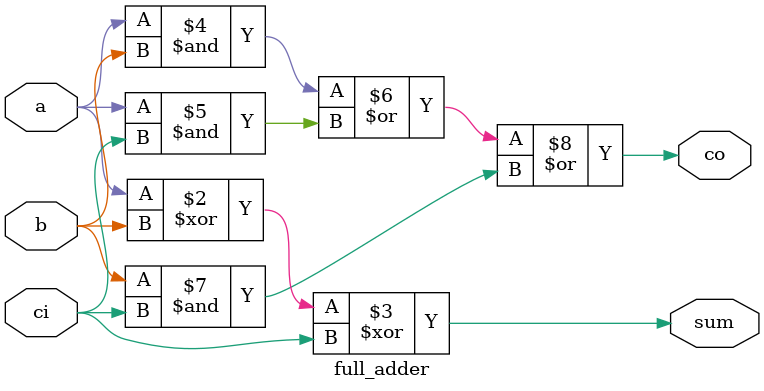
<source format=sv>

module full_adder (output logic sum, co,
                    input logic a, b, ci);

always_comb
    begin
    sum = a ^ b ^ ci;
    co = (a & b) |
         (a & ci) |
         (b & ci);
    end

endmodule
</source>
